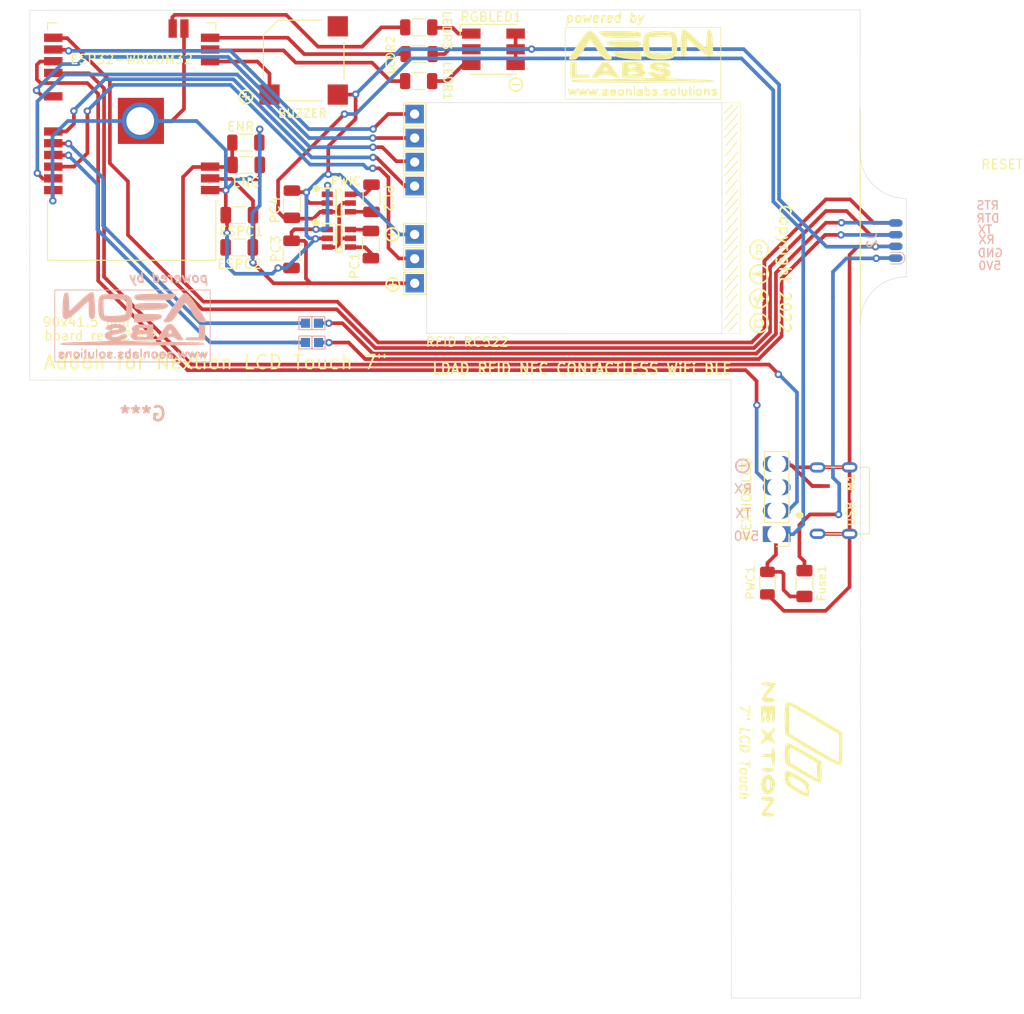
<source format=kicad_pcb>
(kicad_pcb (version 20211014) (generator pcbnew)
  (layers (0 "F.Cu" signal) (31 "B.Cu" signal) (34 "B.Paste" user) (35 "F.Paste" user) (36 "B.SilkS" user "B.Silkscreen") (37 "F.SilkS" user "F.Silkscreen") (38 "B.Mask" user) (39 "F.Mask" user) (44 "Edge.Cuts" user))
  (net 0 "")
  (net 1 "Net-(HX4002B1-Pad4)")
  (net 2 "Net-(HX4002B1-Pad6)")
  (net 3 "Net-(HX4002B2-Pad4)")
  (net 4 "Net-(HX4002B2-Pad6)")
  (net 5 "/GND")
  (net 6 "/5V0")
  (net 7 "/3V3")
  (net 8 "/IO01TX")
  (net 9 "Net-(LEDR1-Pad1)")
  (net 10 "Net-(LEDR2-Pad1)")
  (net 11 "Net-(LEDR3-Pad1)")
  (net 12 "/IO0_BOOT_DTR")
  (net 14 "/RST_EN_RTS")
  (net 15 "/IO03RX")
  (net 16 "/IO16_U2RX_NexTX")
  (net 17 "/IO17_U2TX_NexRX")
  (net 18 "/IO04_RF_SDA")
  (net 37 "/5V0F")
  (net 38 "/TX_IN")
  (net 39 "/RX_IN")
  (net 41 "/IO14_LED_BLUE")
  (net 42 "/IO12_LED_GREEN")
  (net 43 "/IO13_LED_RED")
  (net 45 "/IO18_RF_SCK")
  (net 47 "/IO21_RF_MISO")
  (net 48 "/IO22_RF_RST")
  (net 49 "/IO23_RF_MOSI")
  (net 50 "/IO27_BUZZER")
  (footprint "Buzzer_Beeper:MagneticBuzzer_Kobitone_254-EMB84Q-RO" (layer "F.Cu") (at 167.504798 43.47 90)
    (fp_text reference "BUZZER1" hide)
    (fp_text value "Buzzer")
  )
  (footprint "Package_SO:SOT95P280X125-6N" (layer "F.Cu") (at 171.325 62.745)
    (fp_text reference "HX4002B1" hide)
    (fp_text value "PWIC" hide)
  )
  (footprint "Package_SO:SOT95P280X125-6N" (layer "F.Cu") (at 171.315 58.925)
    (fp_text reference "HX4002B2" hide)
    (fp_text value "PWIC1" hide)
  )
  (footprint "TestPoint:TestPoint_THTPad_2.0x2.0mm_Drill1.0mm" (layer "F.Cu") (at 179.54 67.62 180)
    (fp_text reference "ID3V3" hide)
    (fp_text value "RFID3v3")
  )
  (footprint "TestPoint:TestPoint_THTPad_2.0x2.0mm_Drill1.0mm" (layer "F.Cu") (at 179.53 62.33 180)
    (fp_text reference "IDGND1" hide)
    (fp_text value "RFIDGND")
  )
  (footprint "TestPoint:TestPoint_THTPad_2.0x2.0mm_Drill1.0mm" (layer "F.Cu") (at 179.53 57.09 180)
    (fp_text reference "IDMISO1" hide)
    (fp_text value "RFIDMISO")
  )
  (footprint "TestPoint:TestPoint_THTPad_2.0x2.0mm_Drill1.0mm" (layer "F.Cu") (at 179.54 54.49 180)
    (fp_text reference "IDMOSI1" hide)
    (fp_text value "RFIDMOSI")
  )
  (footprint "TestPoint:TestPoint_THTPad_2.0x2.0mm_Drill1.0mm" (layer "F.Cu") (at 179.54 64.97 180)
    (fp_text reference "IDRST1" hide)
    (fp_text value "RFIDRST")
  )
  (footprint "TestPoint:TestPoint_THTPad_2.0x2.0mm_Drill1.0mm" (layer "F.Cu") (at 179.54 51.88 180)
    (fp_text reference "IDSCK1" hide)
    (fp_text value "RFIDSCK")
  )
  (footprint "TestPoint:TestPoint_THTPad_2.0x2.0mm_Drill1.0mm" (layer "F.Cu") (at 179.53 49.28 180)
    (fp_text reference "IDSDA1" hide)
    (fp_text value "RFIDSDA")
  )
  (footprint "LED_SMD:LED_RGB_5050-6" (layer "F.Cu") (at 188.08 42.26)
    (fp_text reference "RGBLED1")
    (fp_text value "LED_RGB")
  )
  (footprint "Fuse:Fuse_1206_3216Metric" (layer "F.Cu") (at 221.79 100.17 90)
    (fp_text reference "Fuse1")
    (fp_text value "Polyfuse")
  )
  (footprint "Capacitor_SMD:C_True_1206_3216Metric" (layer "F.Cu") (at 217.775 100.135 -90)
    (fp_text reference "PWC1")
    (fp_text value "0.1pF")
  )
  (footprint "AeonLabs:Micro_USB_pcb_socket_5pin_4weld_points" (layer "F.Cu") (at 225.67 91.36 90)
    (fp_text reference "USB-M1")
    (fp_text value "USB-M")
  )
  (footprint "Connector_PinHeader_2.54mm:PinHeader_1x04_P2.54mm_Vertical" (layer "F.Cu") (at 218.78 94.82 180)
    (fp_text reference "J1" hide)
    (fp_text value "Conn_01x04_Male")
  )
  (footprint "Capacitor_SMD:C_1206_3216Metric" (layer "F.Cu") (at 160.54 60.235 180)
    (fp_text reference "ESPC1")
    (fp_text value "0.1uF")
  )
  (footprint "Resistor_SMD:R_1206_3216Metric" (layer "F.Cu") (at 180.02 42.78 180)
    (fp_text reference "LEDR2")
    (fp_text value "330R")
  )
  (footprint "Capacitor_SMD:C_1206_3216Metric" (layer "F.Cu") (at 166.23 59.05 90)
    (fp_text reference "PC4")
    (fp_text value "2.2uF")
  )
  (footprint "AeonLabs:nextion logo_small" (layer "F.Cu") (at 221.49 118.14 -90)
    (fp_text reference "G***" hide)
    (fp_text value "LOGO" hide)
  )
  (footprint "Capacitor_SMD:C_1206_3216Metric" (layer "F.Cu") (at 166.19 64.49 -90)
    (fp_text reference "PC3")
    (fp_text value "2.2uF")
  )
  (footprint "Capacitor_SMD:C_1206_3216Metric" (layer "F.Cu") (at 161.27 54.795 180)
    (fp_text reference "ESP_EN_C1" hide)
    (fp_text value "0.1uF")
  )
  (footprint "Capacitor_SMD:C_1206_3216Metric" (layer "F.Cu") (at 174.79 63.43 -90)
    (fp_text reference "PC1")
    (fp_text value "2.2uF")
  )
  (footprint "AeonLabs:aeon logo www" (layer "F.Cu") (at 204.29 43.737666)
    (fp_text reference "G***" hide)
    (fp_text value "LOGO" hide)
  )
  (footprint "Resistor_SMD:R_1206_3216Metric" (layer "F.Cu") (at 179.98 39.88 180)
    (fp_text reference "LEDR3")
    (fp_text value "330R")
  )
  (footprint "MountingHole:MountingHole_3.2mm_M3_DIN965" (layer "F.Cu") (at 224.9 40.88)
    (fp_text reference "H3" hide)
    (fp_text value "MountingHole")
  )
  (footprint "AeonLabs:aeon creative commons logos" (layer "F.Cu") (at 216.92 67.94 -90)
    (fp_text reference "G***" hide)
    (fp_text value "LOGO" hide)
  )
  (footprint "Resistor_SMD:R_1206_3216Metric" (layer "F.Cu") (at 179.97 45.71 180)
    (fp_text reference "LEDR1")
    (fp_text value "330R")
  )
  (footprint "Capacitor_SMD:C_1206_3216Metric" (layer "F.Cu") (at 160.52 63.735 180)
    (fp_text reference "ESPC2")
    (fp_text value "22uF")
  )
  (footprint "MountingHole:MountingHole_3.2mm_M3_DIN965" (layer "F.Cu") (at 224.96 142.21)
    (fp_text reference "H1" hide)
    (fp_text value "MountingHole")
  )
  (footprint "RF_Module:ESP32-WROOM-32" (layer "F.Cu") (at 148.865 49.265 180)
    (fp_text reference "ESP32-WROOM32")
    (fp_text value "ESP32-WROOM-32")
  )
  (footprint "Resistor_SMD:R_1206_3216Metric" (layer "F.Cu") (at 161.24 52.375 180)
    (fp_text reference "ENR1" hide)
    (fp_text value "10k")
  )
  (footprint "Capacitor_SMD:C_1206_3216Metric" (layer "F.Cu") (at 174.86 58.41 -90)
    (fp_text reference "PC2")
    (fp_text value "2.2uF")
  )
  (footprint "TestPoint:TestPoint_Pad_1.0x1.0mm" (layer "B.Cu") (at 169.105 71.95 180)
    (fp_text reference "CRX1" hide)
    (fp_text value "CRX")
  )
  (footprint "TestPoint:TestPoint_Pad_1.0x1.0mm" (layer "B.Cu") (at 167.695 71.95 180)
    (fp_text reference "CRX2" hide)
    (fp_text value "CRX2")
  )
  (footprint "TestPoint:TestPoint_Pad_1.0x1.0mm" (layer "B.Cu") (at 169.125 74.05 180)
    (fp_text reference "CTX1" hide)
    (fp_text value "CTX")
  )
  (footprint "TestPoint:TestPoint_Pad_1.0x1.0mm" (layer "B.Cu") (at 167.695 74.04 180)
    (fp_text reference "CTX2" hide)
    (fp_text value "CTX2")
  )
  (footprint "Connector:SOIC_clipProgSmall" (layer "B.Cu") (at 232.42 62.99 -90)
    (fp_text reference "J2")
    (fp_text value "Conn_01x08_Male")
  )
  (footprint "AeonLabs:aeon logo www" (layer "B.Cu") (at 148.950001 72.207666 180)
    (fp_text reference "G***")
    (fp_text value "LOGO" hide)
  )
  (gr_circle (center 215.07 87.42) (end 214.355077 87.4) (layer "B.SilkS") (width 0.2) (fill none))
  (gr_circle (center 168.88 57.35) (end 169.09587 57.35) (layer "F.SilkS") (width 0.4) (fill none))
  (gr_line (start 213.145 68.335) (end 214.585 66.715) (layer "F.SilkS") (width 0.1))
  (gr_line (start 212.86 48.04) (end 214.84 48.04) (layer "F.SilkS") (width 0.05))
  (gr_circle (center 177.17 67.755202) (end 177.884923 67.735202) (layer "F.SilkS") (width 0.2) (fill none))
  (gr_line (start 213.275 62.035) (end 214.545 60.515) (layer "F.SilkS") (width 0.1))
  (gr_line (start 214.84 48.04) (end 214.83 73.07) (layer "F.SilkS") (width 0.05))
  (gr_circle (center 221.27 92.77) (end 221.48587 92.77) (layer "F.SilkS") (width 0.4) (fill none))
  (gr_line (start 213.175 60.065) (end 214.615 58.445) (layer "F.SilkS") (width 0.1))
  (gr_line (start 213.175 55.075) (end 214.605 53.365) (layer "F.SilkS") (width 0.1))
  (gr_circle (center 190.504798 46.09) (end 189.789875 46.11) (layer "F.SilkS") (width 0.2) (fill none))
  (gr_line (start 213.13 50.97) (end 214.56 49.26) (layer "F.SilkS") (width 0.1))
  (gr_line (start 213.1 51.85) (end 214.54 50.23) (layer "F.SilkS") (width 0.1))
  (gr_line (start 213.345 60.925) (end 214.605 59.415) (layer "F.SilkS") (width 0.1))
  (gr_line (start 213.245 70.305) (end 214.515 68.785) (layer "F.SilkS") (width 0.1))
  (gr_line (start 213.59 72.83) (end 214.525 71.845) (layer "F.SilkS") (width 0.1))
  (gr_line (start 213.17 49.99) (end 214.61 48.37) (layer "F.SilkS") (width 0.1))
  (gr_line (start 227.85 71.99) (end 227.83 48.75) (layer "F.SilkS") (width 0.12))
  (gr_line (start 213.27 52.71) (end 214.53 51.2) (layer "F.SilkS") (width 0.1))
  (gr_line (start 213.175 67.455) (end 214.605 65.745) (layer "F.SilkS") (width 0.1))
  (gr_line (start 213.145 55.955) (end 214.585 54.335) (layer "F.SilkS") (width 0.1))
  (gr_line (start 213.08 49.2) (end 213.98 48.29) (layer "F.SilkS") (width 0.1))
  (gr_circle (center 168.84 61.01) (end 169.05587 61.01) (layer "F.SilkS") (width 0.4) (fill none))
  (gr_line (start 213.315 56.815) (end 214.575 55.305) (layer "F.SilkS") (width 0.1))
  (gr_line (start 213.205 59.185) (end 214.635 57.475) (layer "F.SilkS") (width 0.1))
  (gr_line (start 213.105 64.185) (end 214.545 62.565) (layer "F.SilkS") (width 0.1))
  (gr_line (start 213.2 53.82) (end 214.47 52.3) (layer "F.SilkS") (width 0.1))
  (gr_line (start 213.275 65.045) (end 214.535 63.535) (layer "F.SilkS") (width 0.1))
  (gr_line (start 212.84 73.07) (end 214.83 73.07) (layer "F.SilkS") (width 0.05))
  (gr_line (start 213.315 69.195) (end 214.575 67.685) (layer "F.SilkS") (width 0.1))
  (gr_circle (center 177.1 62.334798) (end 176.385077 62.354798) (layer "F.SilkS") (width 0.2) (fill none))
  (gr_line (start 213.135 63.305) (end 214.565 61.595) (layer "F.SilkS") (width 0.1))
  (gr_line (start 213.125 71.615) (end 214.555 69.905) (layer "F.SilkS") (width 0.1))
  (gr_line (start 213.245 57.925) (end 214.515 56.405) (layer "F.SilkS") (width 0.1))
  (gr_line (start 213.205 66.155) (end 214.475 64.635) (layer "F.SilkS") (width 0.1))
  (gr_line (start 213.095 72.495) (end 214.535 70.875) (layer "F.SilkS") (width 0.1))
  (gr_circle (center 161.254798 47.41) (end 161.969721 47.39) (layer "F.SilkS") (width 0.2) (fill none))
  (gr_line (start 137.83 38.025) (end 137.82 78.12) (layer "Edge.Cuts") (width 0.05))
  (gr_line (start 232.82 58.44) (end 232.84 66.92) (layer "Edge.Cuts") (width 0.05))
  (gr_line (start 180.84 73.06) (end 180.83 48.05) (layer "Edge.Cuts") (width 0.05))
  (gr_line (start 137.83 38.025) (end 227.83 37.985) (layer "Edge.Cuts") (width 0.05))
  (gr_line (start 180.83 48.05) (end 212.85 48.04) (layer "Edge.Cuts") (width 0.05))
  (gr_arc (start 227.84 71.92) (mid 229.304466 68.384466) (end 232.84 66.92) (layer "Edge.Cuts") (width 0.05))
  (gr_line (start 212.84 73.07) (end 180.84 73.06) (layer "Edge.Cuts") (width 0.05))
  (gr_line (start 227.84 71.92) (end 227.87 145.095) (layer "Edge.Cuts") (width 0.05))
  (gr_arc (start 232.82 58.44) (mid 229.284466 56.975534) (end 227.82 53.44) (layer "Edge.Cuts") (width 0.05))
  (gr_line (start 227.82 53.44) (end 227.83 37.985) (layer "Edge.Cuts") (width 0.05))
  (gr_line (start 227.87 145.095) (end 213.87 145.095) (layer "Edge.Cuts") (width 0.05))
  (gr_line (start 213.83 78.095) (end 137.82 78.12) (layer "Edge.Cuts") (width 0.05))
  (gr_line (start 213.87 145.095) (end 213.83 78.095) (layer "Edge.Cuts") (width 0.05))
  (gr_line (start 212.85 48.04) (end 212.84 73.07) (layer "Edge.Cuts") (width 0.05))
  (gr_text "GND\n" (at 241.93 64.34) (layer "B.SilkS") (effects (font (size 0.9 0.9)) (justify mirror)))
  (gr_text "TX" (at 241.36 61.8) (layer "B.SilkS") (effects (font (size 0.9 0.9)) (justify mirror)))
  (gr_text "-" (at 215.07 87.345202) (layer "B.SilkS") (effects (font (size 1 1)) (justify mirror)))
  (gr_text "powered by" (at 152.91 67.03) (layer "B.SilkS") (effects (font (size 1 1) (thickness 0.2) italic) (justify mirror)))
  (gr_text "TX" (at 215.16 92.56) (layer "B.SilkS") (effects (font (size 1 1)) (justify mirror)))
  (gr_text "5V0" (at 215.5 95.03) (layer "B.SilkS") (effects (font (size 1 1)) (justify mirror)))
  (gr_text "RX" (at 241.54 62.89) (layer "B.SilkS") (effects (font (size 0.9 0.9)) (justify mirror)))
  (gr_text "RX" (at 215.15 89.91) (layer "B.SilkS") (effects (font (size 1 1)) (justify mirror)))
  (gr_text "5V0" (at 241.88 65.72) (layer "B.SilkS") (effects (font (size 0.9 0.9)) (justify mirror)))
  (gr_text "RTS" (at 241.66 59.18) (layer "B.SilkS") (effects (font (size 0.9 0.9)) (justify mirror)))
  (gr_text "DTR" (at 241.68 60.58) (layer "B.SilkS") (effects (font (size 0.9 0.9)) (justify mirror)))
  (gr_text "90x41.5 mm" (at 143.95 71.82) (layer "F.SilkS") (effects (font (size 1 1))))
  (gr_text "RFID RC522" (at 185.22 73.99) (layer "F.SilkS") (effects (font (size 1 1))))
  (gr_text "LDAD RFID NFC CONTACTLESS WiFi BLE \n" (at 198.1 76.9) (layer "F.SilkS") (effects (font (size 1.2 1.1) (thickness 0.2))))
  (gr_text "Copyright 2022 " (at 219.67 66.53 -90) (layer "F.SilkS") (effects (font (size 1.2 1.2) (thickness 0.2))))
  (gr_text "board rev. 2.3.2\n" (at 139.29 73.29) (layer "F.SilkS") (effects (font (size 1 1)) (justify left)))
  (gr_text "powered by" (at 200.14 38.85) (layer "F.SilkS") (effects (font (size 1 1) (thickness 0.2) italic)))
  (gr_text "NEXTIONLCD" (at 215.52 91 90) (layer "F.SilkS") (effects (font (size 1 1))))
  (gr_text "-" (at 177.1 62.409596 180) (layer "F.SilkS") (effects (font (size 1 1))))
  (gr_text "Addon for Nextion LCD Touch 7{dblquote}" (at 157.94 76.18) (layer "F.SilkS") (effects (font (size 1.5 1.5) (thickness 0.2))))
  (gr_text "BUZZER" (at 167.374798 49.21) (layer "F.SilkS") (effects (font (size 0.9 0.9))))
  (gr_text "+" (at 177.16 67.675202) (layer "F.SilkS") (effects (font (size 1 1))))
  (gr_text "RESET" (at 243.21 54.74) (layer "F.SilkS") (effects (font (size 1 1))))
  (gr_text "+" (at 161.244798 47.33) (layer "F.SilkS") (effects (font (size 1 1))))
  (gr_text "-" (at 190.504798 46.164798 180) (layer "F.SilkS") (effects (font (size 1 1))))
  (gr_text "7{dblquote} LCD Touch" (at 215.29 118.41 -90) (layer "F.SilkS") (effects (font (size 1 1) (thickness 0.2) italic)))
  (gr_text "ENC" (at 161.27 56.69) (layer "F.SilkS") (effects (font (size 1 1))))
  (gr_text "PWIC" (at 172.08 56.53) (layer "F.SilkS") (effects (font (size 0.9 0.9))))
  (gr_text "ENR" (at 160.69 50.65) (layer "F.SilkS") (effects (font (size 1 1))))
  (segment (start 174.28 63.845) (end 174.905 64.47) (width 0.4) (layer "F.Cu") (net 1))
  (segment (start 174.15 63.715) (end 174.905 64.47) (width 0.4) (layer "F.Cu") (net 1))
  (segment (start 172.565 63.715) (end 174.15 63.715) (width 0.4) (layer "F.Cu") (net 1))
  (segment (start 172.565 61.815) (end 174.61 61.815) (width 0.4) (layer "F.Cu") (net 2))
  (segment (start 172.565 59.875) (end 174.63 59.875) (width 0.4) (layer "F.Cu") (net 3))
  (segment (start 174.15 57.975) (end 174.915 57.21) (width 0.4) (layer "F.Cu") (net 4))
  (segment (start 172.565 57.975) (end 174.15 57.975) (width 0.4) (layer "F.Cu") (net 4))
  (segment (start 226.68 100.53) (end 226.68 94.79) (width 0.4) (layer "F.Cu") (net 5))
  (segment (start 170.065 58.925) (end 168.165 58.925) (width 0.4) (layer "F.Cu") (net 5))
  (segment (start 154.535 48.725) (end 153.2 50.06) (width 0.4) (layer "F.Cu") (net 5))
  (segment (start 226.68 87.57) (end 226.68 64.54) (width 0.4) (layer "F.Cu") (net 5))
  (segment (start 218.785 87.36) (end 218.785 86.685) (width 0.4) (layer "F.Cu") (net 5))
  (segment (start 226.68 87.57) (end 220.61 87.57) (width 0.4) (layer "F.Cu") (net 5))
  (segment (start 162.42 56.355) (end 161.69 56.355) (width 0.4) (layer "F.Cu") (net 5))
  (segment (start 217.775 101.345) (end 219.56 103.13) (width 0.4) (layer "F.Cu") (net 5))
  (segment (start 171.204798 47.17) (end 173.11 47.17) (width 0.4) (layer "F.Cu") (net 5))
  (segment (start 140.32 57.56) (end 140.32 58.68) (width 0.4) (layer "F.Cu") (net 5))
  (segment (start 159.065 60.235) (end 159.065 57.65) (width 0.4) (layer "F.Cu") (net 5))
  (segment (start 170.17 52.78) (end 170.17 55.81) (width 0.4) (layer "F.Cu") (net 5))
  (segment (start 227.56 63.66) (end 229.49 63.66) (width 0.4) (layer "F.Cu") (net 5))
  (segment (start 226.68 87.57) (end 226.68 94.79) (width 0.4) (layer "F.Cu") (net 5))
  (segment (start 159.065 57.65) (end 159.19 57.525) (width 0.4) (layer "F.Cu") (net 5))
  (segment (start 167.78 57.74) (end 167.805 57.765) (width 0.4) (layer "F.Cu") (net 5))
  (segment (start 220.4 87.36) (end 218.785 87.36) (width 0.4) (layer "F.Cu") (net 5))
  (segment (start 170.065 62.765) (end 168.725 62.765) (width 0.4) (layer "F.Cu") (net 5))
  (segment (start 167.805 58.565) (end 167.805 57.765) (width 0.4) (layer "F.Cu") (net 5))
  (segment (start 168.165 58.925) (end 167.805 58.565) (width 0.4) (layer "F.Cu") (net 5))
  (segment (start 190.48 40.56) (end 190.48 43.96) (width 0.4) (layer "F.Cu") (net 5))
  (segment (start 162.745 54.795) (end 162.745 56.03) (width 0.4) (layer "F.Cu") (net 5))
  (segment (start 219.56 103.13) (end 224.08 103.13) (width 0.4) (layer "F.Cu") (net 5))
  (segment (start 223.54 89.6) (end 222.64 89.6) (width 0.4) (layer "F.Cu") (net 5))
  (segment (start 226.68 64.54) (end 227.56 63.66) (width 0.4) (layer "F.Cu") (net 5))
  (segment (start 173.14 49.81) (end 170.17 52.78) (width 0.4) (layer "F.Cu") (net 5))
  (segment (start 226.68 94.79) (end 223.22 94.79) (width 0.4) (layer "F.Cu") (net 5))
  (segment (start 220.61 87.57) (end 220.4 87.36) (width 0.4) (layer "F.Cu") (net 5))
  (segment (start 166.275 57.74) (end 167.78 57.74) (width 0.4) (layer "F.Cu") (net 5))
  (segment (start 154.535 40.05) (end 154.535 48.725) (width 0.4) (layer "F.Cu") (net 5))
  (segment (start 159.195 60.235) (end 159.195 62.16) (width 0.4) (layer "F.Cu") (net 5))
  (segment (start 223.22 94.79) (end 223.21 94.78) (width 0.4) (layer "F.Cu") (net 5))
  (segment (start 192.22 42.24) (end 190.5 42.24) (width 0.4) (layer "F.Cu") (net 5))
  (segment (start 159.195 62.16) (end 159.195 63.665) (width 0.4) (layer "F.Cu") (net 5))
  (segment (start 224.08 103.13) (end 226.68 100.53) (width 0.4) (layer "F.Cu") (net 5))
  (segment (start 190.5 42.24) (end 190.48 42.26) (width 0.4) (layer "F.Cu") (net 5))
  (segment (start 166.19 65.965) (end 164.735 65.965) (width 0.4) (layer "F.Cu") (net 5))
  (segment (start 159.23 57.495) (end 157.535 57.495) (width 0.4) (layer "F.Cu") (net 5))
  (segment (start 222.64 89.6) (end 220.4 87.36) (width 0.4) (layer "F.Cu") (net 5))
  (segment (start 173.14 47.14) (end 173.14 49.81) (width 0.4) (layer "F.Cu") (net 5))
  (segment (start 173.11 47.17) (end 173.14 47.14) (width 0.4) (layer "F.Cu") (net 5))
  (segment (start 162.745 56.03) (end 162.42 56.355) (width 0.4) (layer "F.Cu") (net 5))
  (segment (start 153.2 50.06) (end 149.82 50.06) (width 0.4) (layer "F.Cu") (net 5))
  (via (at 161.69 56.355) (size 0.8) (drill 0.4) (layers "F.Cu" "B.Cu") (net 5))
  (via (at 168.785 62.805) (size 0.8) (drill 0.4) (layers "F.Cu" "B.Cu") (net 5))
  (via (at 170.17 55.81) (size 0.8) (drill 0.4) (layers "F.Cu" "B.Cu") (net 5))
  (via (at 149.79 50.035) (size 4) (drill 3) (layers "F.Cu" "B.Cu") (net 5))
  (via (at 159.195 62.16) (size 0.8) (drill 0.4) (layers "F.Cu" "B.Cu") (net 5))
  (via (at 173.14 47.14) (size 0.8) (drill 0.4) (layers "F.Cu" "B.Cu") (net 5))
  (via (at 192.22 42.24) (size 0.8) (drill 0.4) (layers "F.Cu" "B.Cu") (net 5))
  (via (at 229.49 63.66) (size 0.8) (drill 0.4) (layers "F.Cu" "B.Cu") (net 5))
  (via (at 159.07 57.545) (size 0.8) (drill 0.4) (layers "F.Cu" "B.Cu") (net 5))
  (via (at 140.32 58.68) (size 0.8) (drill 0.4) (layers "F.Cu" "B.Cu") (net 5))
  (via (at 167.805 57.765) (size 0.8) (drill 0.4) (layers "F.Cu" "B.Cu") (net 5))
  (via (at 164.735 65.965) (size 0.8) (drill 0.4) (layers "F.Cu" "B.Cu") (net 5))
  (segment (start 231.42 63.63) (end 229.66 63.63) (width 0.4) (layer "B.Cu") (net 5))
  (segment (start 160.3 56.315) (end 159.07 57.545) (width 0.4) (layer "B.Cu") (net 5))
  (segment (start 149.79 50.035) (end 141.935 50.035) (width 0.4) (layer "B.Cu") (net 5))
  (segment (start 164.11 66.59) (end 164.735 65.965) (width 0.4) (layer "B.Cu") (net 5))
  (segment (start 165.625 65.965) (end 164.735 65.965) (width 0.4) (layer "B.Cu") (net 5))
  (segment (start 223.185 62.665) (end 219.04 58.52) (width 0.4) (layer "B.Cu") (net 5))
  (segment (start 159.195 62.16) (end 159.195 62.155) (width 0.4) (layer "B.Cu") (net 5))
  (segment (start 178.04 42.24) (end 173.14 47.14) (width 0.4) (layer "B.Cu") (net 5))
  (segment (start 159.07 57.545) (end 159.07 53.21) (width 0.4) (layer "B.Cu") (net 5))
  (segment (start 229.49 63.66) (end 224.18 63.66) (width 0.4) (layer "B.Cu") (net 5))
  (segment (start 169.705 55.865) (end 167.805 57.765) (width 0.4) (layer "B.Cu") (net 5))
  (segment (start 192.22 42.24) (end 178.04 42.24) (width 0.4) (layer "B.Cu") (net 5))
  (segment (start 160.04 66.59) (end 162.7 66.59) (width 0.4) (layer "B.Cu") (net 5))
  (segment (start 223.635 63.115) (end 223.185 62.665) (width 0.4) (layer "B.Cu") (net 5))
  (segment (start 167.805 62.435) (end 168.115 62.745) (width 0.4) (layer "B.Cu") (net 5))
  (segment (start 161.65 56.315) (end 161.69 56.355) (width 0.4) (layer "B.Cu") (net 5))
  (segment (start 177.91 62.33) (end 174.34 58.76) (width 0.4) (layer "B.Cu") (net 5))
  (segment (start 167.805 59.025) (end 167.805 57.765) (width 0.4) (layer "B.Cu") (net 5))
  (segment (start 159.07 53.21) (end 155.895 50.035) (width 0.4) (layer "B.Cu") (net 5))
  (segment (start 168.785 62.805) (end 165.625 65.965) (width 0.4) (layer "B.Cu") (net 5))
  (segment (start 219.04 46.08) (end 215.2 42.24) (width 0.4) (layer "B.Cu") (net 5))
  (segment (start 162.7 66.59) (end 164.11 66.59) (width 0.4) (layer "B.Cu") (net 5))
  (segment (start 167.805 61.715) (end 167.805 62.435) (width 0.4) (layer "B.Cu") (net 5))
  (segment (start 215.2 42.24) (end 192.22 42.24) (width 0.4) (layer "B.Cu") (net 5))
  (segment (start 159.535 66.085) (end 160.04 66.59) (width 0.4) (layer "B.Cu") (net 5))
  (segment (start 159.195 65.745) (end 159.535 66.085) (width 0.4) (layer "B.Cu") (net 5))
  (segment (start 224.18 63.66) (end 223.185 62.665) (width 0.4) (layer "B.Cu") (net 5))
  (segment (start 219.04 58.52) (end 219.04 46.08) (width 0.4) (layer "B.Cu") (net 5))
  (segment (start 218.525 87.62) (end 218.785 87.36) (width 0.4) (layer "B.Cu") (net 5))
  (segment (start 174.34 58.76) (end 171.445 55.865) (width 0.4) (layer "B.Cu") (net 5))
  (segment (start 168.115 62.745) (end 168.875 62.745) (width 0.4) (layer "B.Cu") (net 5))
  (segment (start 179.53 62.33) (end 177.91 62.33) (width 0.4) (layer "B.Cu") (net 5))
  (segment (start 160.3 56.315) (end 161.65 56.315) (width 0.4) (layer "B.Cu") (net 5))
  (segment (start 141.935 50.035) (end 140.28 51.69) (width 0.4) (layer "B.Cu") (net 5))
  (segment (start 169.705 55.865) (end 171.445 55.865) (width 0.4) (layer "B.Cu") (net 5))
  (segment (start 140.28 51.69) (end 140.28 58.72) (width 0.4) (layer "B.Cu") (net 5))
  (segment (start 155.895 50.035) (end 149.79 50.035) (width 0.4) (layer "B.Cu") (net 5))
  (segment (start 167.805 59.025) (end 167.805 61.715) (width 0.4) (layer "B.Cu") (net 5))
  (segment (start 159.195 62.16) (end 159.195 65.745) (width 0.4) (layer "B.Cu") (net 5))
  (segment (start 169.305 59.875) (end 170.065 59.875) (width 0.4) (layer "F.Cu") (net 6))
  (segment (start 218.7 97.03) (end 218.7 94.945) (width 0.4) (layer "F.Cu") (net 6))
  (segment (start 165.91 60.62) (end 167.405 60.62) (width 0.4) (layer "F.Cu") (net 6))
  (segment (start 164.73 59.87) (end 164.73 56.48) (width 0.4) (layer "F.Cu") (net 6))
  (segment (start 171.085 59.875) (end 170.065 59.875) (width 0.4) (layer "F.Cu") (net 6))
  (segment (start 217.775 98.905) (end 217.775 97.955) (width 0.4) (layer "F.Cu") (net 6))
  (segment (start 171.755 58.925) (end 171.455 59.225) (width 0.4) (layer "F.Cu") (net 6))
  (segment (start 171.355 60.015) (end 171.355 59.675) (width 0.4) (layer "F.Cu") (net 6))
  (segment (start 217.775 97.955) (end 218.7 97.03) (width 0.4) (layer "F.Cu") (net 6))
  (segment (start 171.355 63.375) (end 171.355 60.015) (width 0.4) (layer "F.Cu") (net 6))
  (segment (start 164.73 56.48) (end 171.93 49.28) (width 0.4) (layer "F.Cu") (net 6))
  (segment (start 219.525 100.865) (end 220.23 101.57) (width 0.4) (layer "F.Cu") (net 6))
  (segment (start 167.405 60.62) (end 168.56 60.62) (width 0.4) (layer "F.Cu") (net 6))
  (segment (start 168.56 60.62) (end 169.305 59.875) (width 0.4) (layer "F.Cu") (net 6))
  (segment (start 220.23 101.57) (end 221.79 101.57) (width 0.4) (layer "F.Cu") (net 6))
  (segment (start 172.565 62.765) (end 171.545 62.765) (width 0.4) (layer "F.Cu") (net 6))
  (segment (start 171.355 59.325) (end 171.455 59.225) (width 0.4) (layer "F.Cu") (net 6))
  (segment (start 165.51 60.65) (end 164.73 59.87) (width 0.4) (layer "F.Cu") (net 6))
  (segment (start 219.315 98.905) (end 219.525 99.115) (width 0.4) (layer "F.Cu") (net 6))
  (segment (start 219.525 99.115) (end 219.525 100.865) (width 0.4) (layer "F.Cu") (net 6))
  (segment (start 171.015 63.715) (end 170.065 63.715) (width 0.4) (layer "F.Cu") (net 6))
  (segment (start 166.225 60.65) (end 165.51 60.65) (width 0.4) (layer "F.Cu") (net 6))
  (segment (start 171.355 63.375) (end 171.015 63.715) (width 0.4) (layer "F.Cu") (net 6))
  (segment (start 170.065 59.875) (end 169.365 59.875) (width 0.4) (layer "F.Cu") (net 6))
  (segment (start 172.565 58.925) (end 171.755 58.925) (width 0.4) (layer "F.Cu") (net 6))
  (segment (start 218.7 94.945) (end 218.785 94.86) (width 0.4) (layer "F.Cu") (net 6))
  (segment (start 171.355 60.015) (end 171.355 59.325) (width 0.4) (layer "F.Cu") (net 6))
  (segment (start 217.775 98.905) (end 219.315 98.905) (width 0.4) (layer "F.Cu") (net 6))
  (segment (start 171.355 59.675) (end 171.32 59.64) (width 0.4) (layer "F.Cu") (net 6))
  (via (at 171.93 49.28) (size 0.8) (drill 0.4) (layers "F.Cu" "B.Cu") (net 6))
  (segment (start 218.41 58.76) (end 218.41 46.7) (width 0.4) (layer "B.Cu") (net 6))
  (segment (start 218.41 46.7) (end 214.96 43.25) (width 0.4) (layer "B.Cu") (net 6))
  (segment (start 220.59 94.82) (end 221.66 93.75) (width 0.4) (layer "B.Cu") (net 6))
  (segment (start 221.66 93.75) (end 221.66 62.01) (width 0.4) (layer "B.Cu") (net 6))
  (segment (start 221.66 62.01) (end 218.41 58.76) (width 0.4) (layer "B.Cu") (net 6))
  (segment (start 214.96 43.25) (end 179.17 43.25) (width 0.4) (layer "B.Cu") (net 6))
  (segment (start 218.78 94.82) (end 220.59 94.82) (width 0.4) (layer "B.Cu") (net 6))
  (segment (start 173.14 49.28) (end 171.93 49.28) (width 0.4) (layer "B.Cu") (net 6))
  (segment (start 179.17 43.25) (end 173.14 49.28) (width 0.4) (layer "B.Cu") (net 6))
  (segment (start 219.59 94.86) (end 218.785 94.86) (width 0.4) (layer "B.Cu") (net 6))
  (segment (start 167.755 67.105) (end 168.27 67.62) (width 0.4) (layer "F.Cu") (net 7))
  (segment (start 166.19 63.015) (end 167.575 63.015) (width 0.4) (layer "F.Cu") (net 7))
  (segment (start 164.24 67.62) (end 162.01 65.39) (width 0.4) (layer "F.Cu") (net 7))
  (segment (start 167.575 63.015) (end 167.755 63.195) (width 0.4) (layer "F.Cu") (net 7))
  (segment (start 167.755 63.195) (end 167.755 63.745) (width 0.4) (layer "F.Cu") (net 7))
  (segment (start 167.755 64.155) (end 167.755 63.745) (width 0.4) (layer "F.Cu") (net 7))
  (segment (start 179.54 67.62) (end 168.27 67.62) (width 0.4) (layer "F.Cu") (net 7))
  (segment (start 159.665 56.32) (end 157.52 56.32) (width 0.4) (layer "F.Cu") (net 7))
  (segment (start 162.7025 52.305) (end 162.7025 50.9625) (width 0.4) (layer "F.Cu") (net 7))
  (segment (start 162.175 63.615) (end 162.105 63.685) (width 0.4) (layer "F.Cu") (net 7))
  (segment (start 162.7025 50.9625) (end 162.745 50.92) (width 0.4) (layer "F.Cu") (net 7))
  (segment (start 166.515 61.765) (end 166.19 62.09) (width 0.4) (layer "F.Cu") (net 7))
  (segment (start 162.015 58.67) (end 159.665 56.32) (width 0.4) (layer "F.Cu") (net 7))
  (segment (start 168.835 61.765) (end 166.515 61.765) (width 0.4) (layer "F.Cu") (net 7))
  (segment (start 162.015 60.235) (end 162.015 58.67) (width 0.4) (layer "F.Cu") (net 7))
  (segment (start 168.27 67.62) (end 164.24 67.62) (width 0.4) (layer "F.Cu") (net 7))
  (segment (start 170.065 61.815) (end 168.805 61.815) (width 0.4) (layer "F.Cu") (net 7))
  (segment (start 166.19 62.09) (end 166.19 63.015) (width 0.4) (layer "F.Cu") (net 7))
  (segment (start 161.995 63.735) (end 161.995 65.12) (width 0.4) (layer "F.Cu") (net 7))
  (segment (start 162.075 63.735) (end 162.075 60.305) (width 0.4) (layer "F.Cu") (net 7))
  (segment (start 170.115 58.07) (end 170.115 56.88) (width 0.4) (layer "F.Cu") (net 7))
  (segment (start 167.755 63.745) (end 167.755 67.105) (width 0.4) (layer "F.Cu") (net 7))
  (via (at 168.835 61.765) (size 0.8) (drill 0.4) (layers "F.Cu" "B.Cu") (net 7))
  (via (at 170.105 57.025) (size 0.8) (drill 0.4) (layers "F.Cu" "B.Cu") (net 7))
  (via (at 162.01 65.39) (size 0.8) (drill 0.4) (layers "F.Cu" "B.Cu") (net 7))
  (via (at 162.745 50.92) (size 0.8) (drill 0.4) (layers "F.Cu" "B.Cu") (net 7))
  (segment (start 161.94 65.43) (end 161.94 60) (width 0.4) (layer "B.Cu") (net 7))
  (segment (start 170.085 61.505) (end 169.815 61.775) (width 0.4) (layer "B.Cu") (net 7))
  (segment (start 170.085 61.505) (end 170.085 57.045) (width 0.4) (layer "B.Cu") (net 7))
  (segment (start 161.94 60) (end 162.745 59.195) (width 0.4) (layer "B.Cu") (net 7))
  (segment (start 170.085 57.045) (end 170.105 57.025) (width 0.4) (layer "B.Cu") (net 7))
  (segment (start 162.745 59.195) (end 162.745 50.92) (width 0.4) (layer "B.Cu") (net 7))
  (segment (start 169.815 61.775) (end 168.865 61.775) (width 0.4) (layer "B.Cu") (net 7))
  (segment (start 140.32 53.75) (end 142.01 53.75) (width 0.4) (layer "F.Cu") (net 8))
  (via (at 142.01 53.75) (size 0.8) (drill 0.4) (layers "F.Cu" "B.Cu") (net 8))
  (segment (start 145.15 56.89) (end 142.01 53.75) (width 0.4) (layer "B.Cu") (net 8))
  (segment (start 166.375 74.04) (end 166.365 74.03) (width 0.4) (layer "B.Cu") (net 8))
  (segment (start 166.68 74.04) (end 166.375 74.04) (width 0.4) (layer "B.Cu") (net 8))
  (segment (start 167.695 74.04) (end 166.68 74.04) (width 0.4) (layer "B.Cu") (net 8))
  (segment (start 157.39 74.04) (end 145.15 61.8) (width 0.4) (layer "B.Cu") (net 8))
  (segment (start 145.15 61.8) (end 145.15 56.89) (width 0.4) (layer "B.Cu") (net 8))
  (segment (start 166.68 74.04) (end 157.39 74.04) (width 0.4) (layer "B.Cu") (net 8))
  (segment (start 184.77 43.96) (end 183.03 45.7) (width 0.4) (layer "F.Cu") (net 9))
  (segment (start 183.03 45.7) (end 181.4425 45.7) (width 0.4) (layer "F.Cu") (net 9))
  (segment (start 185.68 43.96) (end 184.77 43.96) (width 0.4) (layer "F.Cu") (net 9))
  (segment (start 181.4425 45.7) (end 181.4325 45.71) (width 0.4) (layer "F.Cu") (net 9))
  (segment (start 183.29 42.26) (end 185.68 42.26) (width 0.4) (layer "F.Cu") (net 10))
  (segment (start 182.77 42.78) (end 183.29 42.26) (width 0.4) (layer "F.Cu") (net 10))
  (segment (start 185.61 42.33) (end 185.68 42.26) (width 0.25) (layer "F.Cu") (net 10))
  (segment (start 181.4825 42.78) (end 182.77 42.78) (width 0.4) (layer "F.Cu") (net 10))
  (segment (start 181.91 39.97) (end 181.08 39.97) (width 0.25) (layer "F.Cu") (net 11))
  (segment (start 185.68 40.56) (end 184.28 40.56) (width 0.4) (layer "F.Cu") (net 11))
  (segment (start 183.65 39.93) (end 181.4925 39.93) (width 0.4) (layer "F.Cu") (net 11))
  (segment (start 181.4925 39.93) (end 181.4425 39.88) (width 0.4) (layer "F.Cu") (net 11))
  (segment (start 184.28 40.56) (end 183.65 39.93) (width 0.4) (layer "F.Cu") (net 11))
  (segment (start 171.08 70.44) (end 175.28 74.64) (width 0.4) (layer "F.Cu") (net 12))
  (segment (start 148.46 62.39) (end 156.51 70.44) (width 0.4) (layer "F.Cu") (net 12))
  (segment (start 231.645 62.38) (end 231.67 62.355) (width 0.4) (layer "F.Cu") (net 12))
  (segment (start 140.32 41.05) (end 141.87 41.05) (width 0.4) (layer "F.Cu") (net 12))
  (segment (start 156.51 70.44) (end 171.08 70.44) (width 0.4) (layer "F.Cu") (net 12))
  (segment (start 228.94 62.38) (end 231.645 62.38) (width 0.4) (layer "F.Cu") (net 12))
  (segment (start 218.06 72.9) (end 218.06 65.85) (width 0.4) (layer "F.Cu") (net 12))
  (segment (start 146.5 45.68) (end 146.5 54.62) (width 0.4) (layer "F.Cu") (net 12))
  (segment (start 218.06 65.85) (end 224.12 59.79) (width 0.4) (layer "F.Cu") (net 12))
  (segment (start 141.87 41.05) (end 146.5 45.68) (width 0.4) (layer "F.Cu") (net 12))
  (segment (start 226.35 59.79) (end 228.94 62.38) (width 0.4) (layer "F.Cu") (net 12))
  (segment (start 216.32 74.64) (end 218.06 72.9) (width 0.4) (layer "F.Cu") (net 12))
  (segment (start 146.5 54.62) (end 148.46 56.58) (width 0.4) (layer "F.Cu") (net 12))
  (segment (start 148.46 56.58) (end 148.46 62.39) (width 0.4) (layer "F.Cu") (net 12))
  (segment (start 175.28 74.64) (end 216.32 74.64) (width 0.4) (layer "F.Cu") (net 12))
  (segment (start 224.12 59.79) (end 226.35 59.79) (width 0.4) (layer "F.Cu") (net 12))
  (segment (start 155.52 55.02) (end 157.32 55.02) (width 0.4) (layer "F.Cu") (net 14))
  (segment (start 217.44 65.2) (end 217.44 72.66) (width 0.4) (layer "F.Cu") (net 14))
  (segment (start 226.74 58.53) (end 224.11 58.53) (width 0.4) (layer "F.Cu") (net 14))
  (segment (start 159.76 54.78875) (end 159.76 52.30125) (width 0.4) (layer "F.Cu") (net 14))
  (segment (start 216.06 74.04) (end 175.58 74.04) (width 0.4) (layer "F.Cu") (net 14))
  (segment (start 157.39 55.02) (end 159.36 55.02) (width 0.4) (layer "F.Cu") (net 14))
  (segment (start 171.16 69.62) (end 156.65 69.62) (width 0.4) (layer "F.Cu") (net 14))
  (segment (start 229.295 61.085) (end 226.74 58.53) (width 0.4) (layer "F.Cu") (net 14))
  (segment (start 224.11 58.53) (end 217.44 65.2) (width 0.4) (layer "F.Cu") (net 14))
  (segment (start 231.67 61.085) (end 229.295 61.085) (width 0.4) (layer "F.Cu") (net 14))
  (segment (start 217.44 72.66) (end 216.06 74.04) (width 0.4) (layer "F.Cu") (net 14))
  (segment (start 154.43 56.11) (end 155.52 55.02) (width 0.4) (layer "F.Cu") (net 14))
  (segment (start 175.58 74.04) (end 171.16 69.62) (width 0.4) (layer "F.Cu") (net 14))
  (segment (start 156.65 69.62) (end 154.43 67.4) (width 0.4) (layer "F.Cu") (net 14))
  (segment (start 154.43 67.4) (end 154.43 56.11) (width 0.4) (layer "F.Cu") (net 14))
  (segment (start 140.32 52.48) (end 142.02 52.48) (width 0.4) (layer "F.Cu") (net 15))
  (via (at 142.02 52.48) (size 0.8) (drill 0.4) (layers "F.Cu" "B.Cu") (net 15))
  (segment (start 145.77 61.39) (end 145.77 56.23) (width 0.4) (layer "B.Cu") (net 15))
  (segment (start 145.77 56.23) (end 142.02 52.48) (width 0.4) (layer "B.Cu") (net 15))
  (segment (start 156.33 71.95) (end 145.77 61.39) (width 0.4) (layer "B.Cu") (net 15))
  (segment (start 167.695 71.95) (end 156.33 71.95) (width 0.4) (layer "B.Cu") (net 15))
  (segment (start 145.23 47.1) (end 144.05 45.92) (width 0.4) (layer "F.Cu") (net 16))
  (segment (start 214.61 77.04) (end 154.92 77.04) (width 0.4) (layer "F.Cu") (net 16))
  (segment (start 216.6 78.22) (end 216.6 80.77) (width 0.4) (layer "F.Cu") (net 16))
  (segment (start 215.42 77.04) (end 216.6 78.22) (width 0.4) (layer "F.Cu") (net 16))
  (segment (start 145.23 67.35) (end 145.23 47.1) (width 0.4) (layer "F.Cu") (net 16))
  (segment (start 214.61 77.04) (end 215.42 77.04) (width 0.4) (layer "F.Cu") (net 16))
  (segment (start 138.59 43.93) (end 138.59 45.53) (width 0.4) (layer "F.Cu") (net 16))
  (segment (start 154.92 77.04) (end 145.23 67.35) (width 0.4) (layer "F.Cu") (net 16))
  (segment (start 138.59 45.53) (end 138.98 45.92) (width 0.4) (layer "F.Cu") (net 16))
  (segment (start 140.32 43.59) (end 138.93 43.59) (width 0.4) (layer "F.Cu") (net 16))
  (segment (start 138.98 45.92) (end 144.05 45.92) (width 0.4) (layer "F.Cu") (net 16))
  (segment (start 138.93 43.59) (end 138.59 43.93) (width 0.4) (layer "F.Cu") (net 16))
  (via (at 216.64 80.83) (size 0.8) (drill 0.4) (layers "F.Cu" "B.Cu") (net 16))
  (segment (start 218.785 89.86) (end 218.36 89.86) (width 0.4) (layer "B.Cu") (net 16))
  (segment (start 216.61 88.11) (end 216.61 80.88) (width 0.4) (layer "B.Cu") (net 16))
  (segment (start 218.36 89.86) (end 216.61 88.11) (width 0.4) (layer "B.Cu") (net 16))
  (segment (start 217.52 76.44) (end 155.38 76.44) (width 0.4) (layer "F.Cu") (net 17))
  (segment (start 144.23 44.86) (end 140.32 44.86) (width 0.4) (layer "F.Cu") (net 17))
  (segment (start 145.87 46.5) (end 144.23 44.86) (width 0.4) (layer "F.Cu") (net 17))
  (segment (start 145.87 66.93) (end 145.87 46.5) (width 0.4) (layer "F.Cu") (net 17))
  (segment (start 155.38 76.44) (end 145.87 66.93) (width 0.4) (layer "F.Cu") (net 17))
  (segment (start 217.52 76.44) (end 217.95 76.44) (width 0.4) (layer "F.Cu") (net 17))
  (segment (start 217.95 76.44) (end 219.01 77.5) (width 0.4) (layer "F.Cu") (net 17))
  (via (at 218.96 77.5) (size 0.8) (drill 0.4) (layers "F.Cu" "B.Cu") (net 17))
  (segment (start 220.98 79.45) (end 219.01 77.48) (width 0.4) (layer "B.Cu") (net 17))
  (segment (start 220.01 92.28) (end 220.98 91.31) (width 0.4) (layer "B.Cu") (net 17))
  (segment (start 220.98 91.31) (end 220.98 79.45) (width 0.4) (layer "B.Cu") (net 17))
  (segment (start 218.78 92.28) (end 220.01 92.28) (width 0.4) (layer "B.Cu") (net 17))
  (segment (start 179.53 49.28) (end 176.66 49.28) (width 0.4) (layer "F.Cu") (net 18))
  (segment (start 175.035 50.905) (end 174.98 50.96) (width 0.4) (layer "F.Cu") (net 18))
  (segment (start 140.32 42.32) (end 141.89 42.32) (width 0.4) (layer "F.Cu") (net 18))
  (segment (start 176.66 49.28) (end 175.035 50.905) (width 0.4) (layer "F.Cu") (net 18))
  (via (at 175.035 50.905) (size 0.8) (drill 0.4) (layers "F.Cu" "B.Cu") (net 18))
  (via (at 142.03 42.43) (size 0.8) (drill 0.4) (layers "F.Cu" "B.Cu") (net 18))
  (segment (start 159.59 42.43) (end 168.065 50.905) (width 0.4) (layer "B.Cu") (net 18))
  (segment (start 142.03 42.43) (end 159.59 42.43) (width 0.4) (layer "B.Cu") (net 18))
  (segment (start 168.065 50.905) (end 175.035 50.905) (width 0.4) (layer "B.Cu") (net 18))
  (segment (start 223.54 92.68) (end 222.38 92.68) (width 0.4) (layer "F.Cu") (net 37))
  (segment (start 223.54 92.68) (end 225.39 92.68) (width 0.4) (layer "F.Cu") (net 37))
  (segment (start 221.79 97.77) (end 221.79 98.77) (width 0.4) (layer "F.Cu") (net 37))
  (segment (start 221.24 97.22) (end 221.79 97.77) (width 0.4) (layer "F.Cu") (net 37))
  (segment (start 223.54 92.68) (end 223.1 92.68) (width 0.4) (layer "F.Cu") (net 37))
  (segment (start 225.39 92.68) (end 225.4 92.69) (width 0.4) (layer "F.Cu") (net 37))
  (segment (start 222.38 92.68) (end 221.24 93.82) (width 0.4) (layer "F.Cu") (net 37))
  (segment (start 221.24 93.82) (end 221.24 97.22) (width 0.4) (layer "F.Cu") (net 37))
  (via (at 229.58 64.92) (size 0.8) (drill 0.4) (layers "F.Cu" "B.Cu") (net 37))
  (via (at 225.48 92.68) (size 0.8) (drill 0.4) (layers "F.Cu" "B.Cu") (net 37))
  (segment (start 231.455 64.89) (end 229.665 64.89) (width 0.4) (layer "B.Cu") (net 37))
  (segment (start 224.88 69.11) (end 224.88 88.33) (width 0.4) (layer "B.Cu") (net 37))
  (segment (start 225.56 89.37) (end 225.56 92.53) (width 0.4) (layer "B.Cu") (net 37))
  (segment (start 229.58 64.92) (end 226.34 64.92) (width 0.4) (layer "B.Cu") (net 37))
  (segment (start 225.56 92.53) (end 225.47 92.62) (width 0.4) (layer "B.Cu") (net 37))
  (segment (start 224.88 88.69) (end 225.56 89.37) (width 0.4) (layer "B.Cu") (net 37))
  (segment (start 224.88 66.38) (end 224.88 69.11) (width 0.4) (layer "B.Cu") (net 37))
  (segment (start 226.34 64.92) (end 224.88 66.38) (width 0.4) (layer "B.Cu") (net 37))
  (segment (start 225.47 92.62) (end 225.4 92.69) (width 0.4) (layer "B.Cu") (net 37))
  (segment (start 224.88 88.33) (end 224.88 88.69) (width 0.4) (layer "B.Cu") (net 37))
  (segment (start 218.7 73.11) (end 218.7 66.48) (width 0.4) (layer "F.Cu") (net 38))
  (segment (start 224.12 61.06) (end 225.8 61.06) (width 0.4) (layer "F.Cu") (net 38))
  (segment (start 170.23 71.95) (end 171.7 71.95) (width 0.4) (layer "F.Cu") (net 38))
  (segment (start 218.7 66.48) (end 224.12 61.06) (width 0.4) (layer "F.Cu") (net 38))
  (segment (start 174.99 75.24) (end 216.57 75.24) (width 0.4) (layer "F.Cu") (net 38))
  (segment (start 171.7 71.95) (end 174.99 75.24) (width 0.4) (layer "F.Cu") (net 38))
  (segment (start 216.57 75.24) (end 218.7 73.11) (width 0.4) (layer "F.Cu") (net 38))
  (via (at 170.23 71.95) (size 0.8) (drill 0.4) (layers "F.Cu" "B.Cu") (net 38))
  (via (at 225.8 61.06) (size 0.8) (drill 0.4) (layers "F.Cu" "B.Cu") (net 38))
  (segment (start 231.425 61.06) (end 225.8 61.06) (width 0.4) (layer "B.Cu") (net 38))
  (segment (start 169.105 71.95) (end 170.23 71.95) (width 0.4) (layer "B.Cu") (net 38))
  (segment (start 223.4 63.01) (end 223.065 63.345) (width 0.4) (layer "F.Cu") (net 39))
  (segment (start 172.38 74.05) (end 170.25 74.05) (width 0.4) (layer "F.Cu") (net 39))
  (segment (start 216.83 75.84) (end 174.17 75.84) (width 0.4) (layer "F.Cu") (net 39))
  (segment (start 223.065 63.345) (end 224.03 62.38) (width 0.4) (layer "F.Cu") (net 39))
  (segment (start 219.31 73.36) (end 216.83 75.84) (width 0.4) (layer "F.Cu") (net 39))
  (segment (start 219.31 67.1) (end 219.31 73.36) (width 0.4) (layer "F.Cu") (net 39))
  (segment (start 224.03 62.38) (end 225.75 62.38) (width 0.4) (layer "F.Cu") (net 39))
  (segment (start 174.17 75.84) (end 172.38 74.05) (width 0.4) (layer "F.Cu") (net 39))
  (segment (start 223.065 63.345) (end 219.31 67.1) (width 0.4) (layer "F.Cu") (net 39))
  (segment (start 223.99 62.42) (end 223.4 63.01) (width 0.4) (layer "F.Cu") (net 39))
  (via (at 170.25 74.05) (size 0.8) (drill 0.4) (layers "F.Cu" "B.Cu") (net 39))
  (via (at 225.75 62.38) (size 0.8) (drill 0.4) (layers "F.Cu" "B.Cu") (net 39))
  (segment (start 169.125 74.05) (end 170.25 74.05) (width 0.4) (layer "B.Cu") (net 39))
  (segment (start 231.485 62.38) (end 225.75 62.38) (width 0.4) (layer "B.Cu") (net 39))
  (segment (start 166.65 43.71) (end 165.32 42.38) (width 0.4) (layer "F.Cu") (net 41))
  (segment (start 157.38 42.38) (end 157.32 42.32) (width 0.4) (layer "F.Cu") (net 41))
  (segment (start 176.92 45.71) (end 174.92 43.71) (width 0.4) (layer "F.Cu") (net 41))
  (segment (start 165.32 42.38) (end 157.38 42.38) (width 0.4) (layer "F.Cu") (net 41))
  (segment (start 174.92 43.71) (end 166.65 43.71) (width 0.4) (layer "F.Cu") (net 41))
  (segment (start 178.5075 45.71) (end 176.92 45.71) (width 0.4) (layer "F.Cu") (net 41))
  (segment (start 178.5575 42.78) (end 167.56 42.78) (width 0.4) (layer "F.Cu") (net 42))
  (segment (start 165.79 41.01) (end 157.36 41.01) (width 0.4) (layer "F.Cu") (net 42))
  (segment (start 167.56 42.78) (end 165.79 41.01) (width 0.4) (layer "F.Cu") (net 42))
  (segment (start 173.84 41.98) (end 175.94 39.88) (width 0.4) (layer "F.Cu") (net 43))
  (segment (start 153.265 40.05) (end 153.265 38.785) (width 0.4) (layer "F.Cu") (net 43))
  (segment (start 153.265 38.785) (end 153.52 38.53) (width 0.4) (layer "F.Cu") (net 43))
  (segment (start 153.52 38.53) (end 165.61 38.53) (width 0.4) (layer "F.Cu") (net 43))
  (segment (start 175.94 39.88) (end 178.5175 39.88) (width 0.4) (layer "F.Cu") (net 43))
  (segment (start 169.06 41.98) (end 173.84 41.98) (width 0.4) (layer "F.Cu") (net 43))
  (segment (start 165.61 38.53) (end 169.06 41.98) (width 0.4) (layer "F.Cu") (net 43))
  (segment (start 179.54 51.88) (end 175 51.88) (width 0.4) (layer "F.Cu") (net 45))
  (segment (start 139.23 47.4) (end 138.55 46.72) (width 0.4) (layer "F.Cu") (net 45))
  (segment (start 140.32 47.4) (end 139.23 47.4) (width 0.4) (layer "F.Cu") (net 45))
  (via (at 175 51.88) (size 0.8) (drill 0.4) (layers "F.Cu" "B.Cu") (net 45))
  (via (at 138.55 46.72) (size 0.8) (drill 0.4) (layers "F.Cu" "B.Cu") (net 45))
  (segment (start 159.31 43.09) (end 143.85 43.09) (width 0.4) (layer "B.Cu") (net 45))
  (segment (start 175 51.88) (end 168.1 51.88) (width 0.4) (layer "B.Cu") (net 45))
  (segment (start 168.1 51.88) (end 159.31 43.09) (width 0.4) (layer "B.Cu") (net 45))
  (segment (start 141.295 43.865) (end 143.075 43.865) (width 0.4) (layer "B.Cu") (net 45))
  (segment (start 141.295 43.865) (end 138.67 46.49) (width 0.4) (layer "B.Cu") (net 45))
  (segment (start 143.075 43.865) (end 143.85 43.09) (width 0.4) (layer "B.Cu") (net 45))
  (segment (start 178.5 57.09) (end 175.39 53.98) (width 0.4) (layer "F.Cu") (net 47))
  (segment (start 140.365 51.17) (end 141.77 51.17) (width 0.4) (layer "F.Cu") (net 47))
  (segment (start 141.77 51.17) (end 142.6 50.34) (width 0.4) (layer "F.Cu") (net 47))
  (segment (start 142.6 50.34) (end 142.6 48.95) (width 0.4) (layer "F.Cu") (net 47))
  (segment (start 179.53 57.09) (end 178.5 57.09) (width 0.4) (layer "F.Cu") (net 47))
  (segment (start 175.02 53.98) (end 174.98 54.02) (width 0.4) (layer "F.Cu") (net 47))
  (segment (start 175.39 53.98) (end 175.02 53.98) (width 0.4) (layer "F.Cu") (net 47))
  (via (at 175.02 53.98) (size 0.8) (drill 0.4) (layers "F.Cu" "B.Cu") (net 47))
  (via (at 142.6 48.95) (size 0.8) (drill 0.4) (layers "F.Cu" "B.Cu") (net 47))
  (segment (start 159.88 45.5) (end 145.96 45.5) (width 0.4) (layer "B.Cu") (net 47))
  (segment (start 145.96 45.5) (end 142.6 48.86) (width 0.4) (layer "B.Cu") (net 47))
  (segment (start 142.6 48.86) (end 142.6 48.95) (width 0.4) (layer "B.Cu") (net 47))
  (segment (start 175.02 53.98) (end 168.36 53.98) (width 0.4) (layer "B.Cu") (net 47))
  (segment (start 168.36 53.98) (end 159.88 45.5) (width 0.4) (layer "B.Cu") (net 47))
  (segment (start 175.7 55.16) (end 174.99 55.16) (width 0.4) (layer "F.Cu") (net 48))
  (segment (start 179.54 64.97) (end 179.5 64.93) (width 0.4) (layer "F.Cu") (net 48))
  (segment (start 144.06 48.96) (end 144.06 53.52) (width 0.4) (layer "F.Cu") (net 48))
  (segment (start 142.6 54.98) (end 140.365 54.98) (width 0.4) (layer "F.Cu") (net 48))
  (segment (start 176.7 56.16) (end 175.7 55.16) (width 0.4) (layer "F.Cu") (net 48))
  (segment (start 179.5 64.93) (end 177.83 64.93) (width 0.4) (layer "F.Cu") (net 48))
  (segment (start 176.7 63.8) (end 176.7 56.16) (width 0.4) (layer "F.Cu") (net 48))
  (segment (start 177.83 64.93) (end 176.7 63.8) (width 0.4) (layer "F.Cu") (net 48))
  (segment (start 144.06 53.52) (end 142.6 54.98) (width 0.4) (layer "F.Cu") (net 48))
  (via (at 144.06 48.96) (size 0.8) (drill 0.4) (layers "F.Cu" "B.Cu") (net 48))
  (via (at 174.99 55.16) (size 0.8) (drill 0.4) (layers "F.Cu" "B.Cu") (net 48))
  (segment (start 163.41 49.96) (end 161.46 48.01) (width 0.4) (layer "B.Cu") (net 48))
  (segment (start 159.57 46.12) (end 146.87 46.12) (width 0.4) (layer "B.Cu") (net 48))
  (segment (start 163.41 49.96) (end 168.215 54.765) (width 0.4) (layer "B.Cu") (net 48))
  (segment (start 173.975 54.765) (end 174.37 55.16) (width 0.4) (layer "B.Cu") (net 48))
  (segment (start 146.87 46.12) (end 144.13 48.86) (width 0.4) (layer "B.Cu") (net 48))
  (segment (start 161.46 48.01) (end 159.57 46.12) (width 0.4) (layer "B.Cu") (net 48))
  (segment (start 168.215 54.765) (end 173.975 54.765) (width 0.4) (layer "B.Cu") (net 48))
  (segment (start 174.37 55.16) (end 174.99 55.16) (width 0.4) (layer "B.Cu") (net 48))
  (segment (start 140.32 56.29) (end 139.24 56.29) (width 0.4) (layer "F.Cu") (net 49))
  (segment (start 179.45 54.4) (end 179.54 54.49) (width 0.4) (layer "F.Cu") (net 49))
  (segment (start 176.03 52.87) (end 177.56 54.4) (width 0.4) (layer "F.Cu") (net 49))
  (segment (start 177.56 54.4) (end 179.45 54.4) (width 0.4) (layer "F.Cu") (net 49))
  (segment (start 139.24 56.29) (end 138.64 55.69) (width 0.4) (layer "F.Cu") (net 49))
  (segment (start 175.01 52.87) (end 176.03 52.87) (width 0.4) (layer "F.Cu") (net 49))
  (via (at 138.64 55.69) (size 0.8) (drill 0.4) (layers "F.Cu" "B.Cu") (net 49))
  (via (at 175.01 52.87) (size 0.8) (drill 0.4) (layers "F.Cu" "B.Cu") (net 49))
  (segment (start 141.56 44.99) (end 138.64 47.91) (width 0.4) (layer "B.Cu") (net 49))
  (segment (start 168.18 52.87) (end 160.3 44.99) (width 0.4) (layer "B.Cu") (net 49))
  (segment (start 160.3 44.99) (end 141.56 44.99) (width 0.4) (layer "B.Cu") (net 49))
  (segment (start 175.01 52.87) (end 168.18 52.87) (width 0.4) (layer "B.Cu") (net 49))
  (segment (start 138.64 47.91) (end 138.64 55.69) (width 0.4) (layer "B.Cu") (net 49))
  (segment (start 162.49 43.59) (end 163.804798 44.904798) (width 0.4) (layer "F.Cu") (net 50))
  (segment (start 157.32 43.59) (end 162.49 43.59) (width 0.4) (layer "F.Cu") (net 50))
  (segment (start 163.804798 44.904798) (end 163.804798 47.17) (width 0.4) (layer "F.Cu") (net 50))
)
</source>
